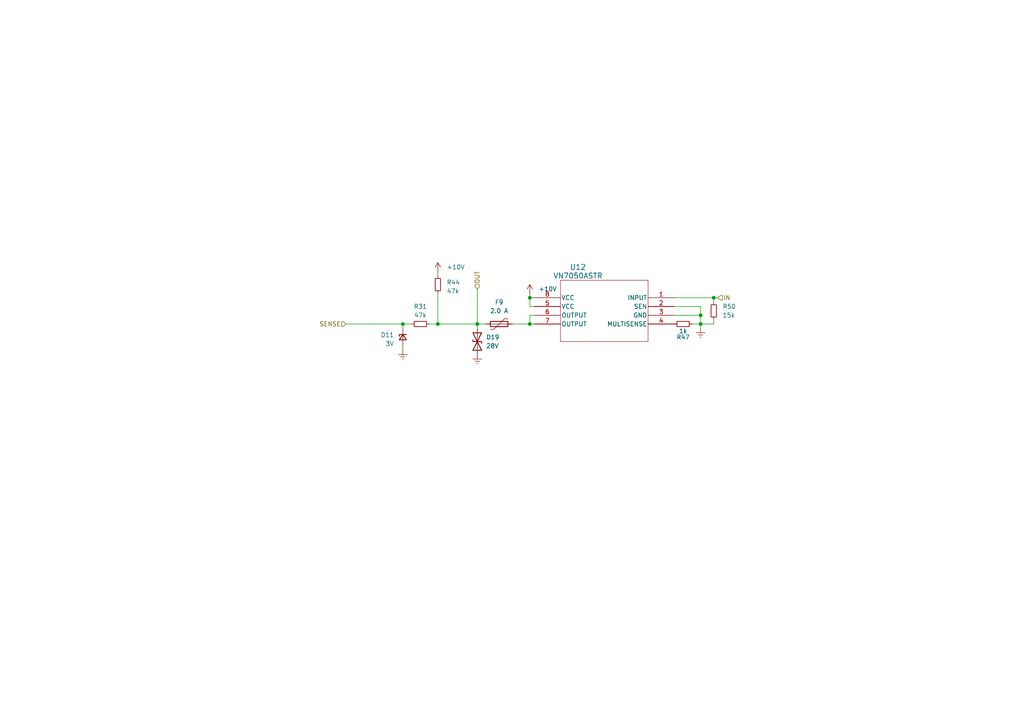
<source format=kicad_sch>
(kicad_sch (version 20250114) (generator "eeschema") (generator_version "9.0")
  (paper "A4")
  (lib_symbols
    (symbol "Device:D_TVS" (pin_numbers (hide yes)) (pin_names (offset 1.016) (hide yes))
      (property "Reference" "D" (at 0 2.54 0))
      (property "Value" "D_TVS" (at 0 -2.54 0))
      (symbol "D_TVS_0_1"
        (polyline (pts (xy -2.54 1.27) (xy -2.54 -1.27) (xy 2.54 1.27) (xy 2.54 -1.27) (xy -2.54 1.27)) (stroke (width 0.254)))
        (polyline (pts (xy 0.508 1.27) (xy 0 1.27) (xy 0 -1.27) (xy -0.508 -1.27)) (stroke (width 0.254)))
        (polyline (pts (xy 1.27 0) (xy -1.27 0)))
      )
      (symbol "D_TVS_1_1"
        (pin passive line (at -3.81 0 0) (length 2.54) (name "A1") (number "1"))
        (pin passive line (at 3.81 0 180) (length 2.54) (name "A2") (number "2"))
      )
    )
    (symbol "Device:D_Zener_Small" (pin_numbers (hide yes)) (pin_names (offset 0.254) (hide yes))
      (property "Reference" "D" (at 0 2.286 0))
      (property "Value" "D_Zener_Small" (at 0 -2.286 0))
      (symbol "D_Zener_Small_0_1"
        (polyline (pts (xy -0.254 1.016) (xy -0.762 1.016) (xy -0.762 -1.016)) (stroke (width 0.254)))
        (polyline (pts (xy 0.762 1.016) (xy -0.762 0) (xy 0.762 -1.016) (xy 0.762 1.016)) (stroke (width 0.254)))
        (polyline (pts (xy 0.762 0) (xy -0.762 0)))
      )
      (symbol "D_Zener_Small_1_1"
        (pin passive line (at -2.54 0 0) (length 1.778) (name "K") (number "1"))
        (pin passive line (at 2.54 0 180) (length 1.778) (name "A") (number "2"))
      )
    )
    (symbol "Device:Polyfuse" (pin_numbers (hide yes)) (pin_names (offset 0))
      (property "Reference" "F" (at -2.54 0 90))
      (property "Value" "Polyfuse" (at 2.54 0 90))
      (symbol "Polyfuse_0_1"
        (polyline (pts (xy -1.524 2.54) (xy -1.524 1.524) (xy 1.524 -1.524) (xy 1.524 -2.54)))
        (rectangle (start -0.762 2.54) (end 0.762 -2.54) (stroke (width 0.254)))
        (polyline (pts (xy 0 2.54) (xy 0 -2.54)))
      )
      (symbol "Polyfuse_1_1"
        (pin passive line (at 0 3.81 270) (length 1.27) (name "~") (number "1"))
        (pin passive line (at 0 -3.81 90) (length 1.27) (name "~") (number "2"))
      )
    )
    (symbol "Device:R_Small" (pin_numbers (hide yes)) (pin_names (offset 0.254) (hide yes))
      (property "Reference" "R" (at 0.762 0.508 0))
      (property "Value" "R_Small" (at 0.762 -1.016 0))
      (symbol "R_Small_0_1"
        (rectangle (start -0.762 1.778) (end 0.762 -1.778) (stroke (width 0.2032)))
      )
      (symbol "R_Small_1_1"
        (pin passive line (at 0 2.54 270) (length 0.762) (name "~") (number "1"))
        (pin passive line (at 0 -2.54 90) (length 0.762) (name "~") (number "2"))
      )
    )
    (symbol "Earth_12" (power) (pin_names (offset 0))
      (symbol "Earth_12_0_1"
        (polyline (pts (xy -0.635 -1.905) (xy 0.635 -1.905)))
        (polyline (pts (xy -0.127 -2.54) (xy 0.127 -2.54)))
        (polyline (pts (xy 0 -1.27) (xy 0 0)))
        (polyline (pts (xy 1.27 -1.27) (xy -1.27 -1.27)))
      )
      (symbol "Earth_12_1_1"
        (pin power_in line (at 0 0 270) (length 0) (hide yes) (name "Earth") (number "1"))
      )
    )
    (symbol "VN7050AS:VN7050ASTR" (pin_names (offset 0.254))
      (property "Reference" "U" (at 20.32 10.16 0))
      (property "Value" "VN7050ASTR" (at 20.32 7.62 0))
      (symbol "VN7050ASTR_0_1"
        (polyline (pts (xy 7.62 5.08) (xy 7.62 -12.7)) (stroke (width 0.127)))
        (polyline (pts (xy 7.62 -12.7) (xy 33.02 -12.7)) (stroke (width 0.127)))
        (polyline (pts (xy 33.02 5.08) (xy 7.62 5.08)) (stroke (width 0.127)))
        (polyline (pts (xy 33.02 -12.7) (xy 33.02 5.08)) (stroke (width 0.127)))
        (pin input line (at 0 0 0) (length 7.62) (name "INPUT") (number "1"))
        (pin unspecified line (at 0 -2.54 0) (length 7.62) (name "SEN") (number "2"))
        (pin power_out line (at 0 -5.08 0) (length 7.62) (name "GND") (number "3"))
        (pin unspecified line (at 0 -7.62 0) (length 7.62) (name "MULTISENSE") (number "4"))
        (pin power_in line (at 40.64 0 180) (length 7.62) (name "VCC") (number "8"))
        (pin power_in line (at 40.64 -2.54 180) (length 7.62) (name "VCC") (number "5"))
        (pin output line (at 40.64 -5.08 180) (length 7.62) (name "OUTPUT") (number "6"))
        (pin output line (at 40.64 -7.62 180) (length 7.62) (name "OUTPUT") (number "7"))
      )
    )
    (symbol "power:Earth" (power) (pin_names (offset 0))
      (symbol "Earth_0_1"
        (polyline (pts (xy -0.635 -1.905) (xy 0.635 -1.905)))
        (polyline (pts (xy -0.127 -2.54) (xy 0.127 -2.54)))
        (polyline (pts (xy 0 -1.27) (xy 0 0)))
        (polyline (pts (xy 1.27 -1.27) (xy -1.27 -1.27)))
      )
      (symbol "Earth_1_1"
        (pin power_in line (at 0 0 270) (length 0) (hide yes) (name "Earth") (number "1"))
      )
    )
    (symbol "power:VCC" (power) (pin_names (offset 0))
      (property "Value" "VCC" (at 0 3.81 0))
      (symbol "VCC_0_1"
        (polyline (pts (xy -0.762 1.27) (xy 0 2.54)))
        (polyline (pts (xy 0 2.54) (xy 0.762 1.27)))
        (polyline (pts (xy 0 0) (xy 0 2.54)))
      )
      (symbol "VCC_1_1"
        (pin power_in line (at 0 0 90) (length 0) (hide yes) (name "VCC") (number "1"))
      )
    )
  )
  (junction (at 138.43 93.98))
  (junction (at 127 93.98))
  (junction (at 203.2 93.98))
  (junction (at 153.67 86.36))
  (junction (at 207.01 86.36))
  (junction (at 203.2 91.44))
  (junction (at 153.67 93.98))
  (junction (at 116.84 93.98))
  (wire (pts (xy 127 93.98) (xy 138.43 93.98)))
  (wire (pts (xy 153.67 91.44) (xy 153.67 93.98)))
  (wire (pts (xy 195.58 88.9) (xy 203.2 88.9)))
  (wire (pts (xy 153.67 85.09) (xy 153.67 86.36)))
  (wire (pts (xy 203.2 88.9) (xy 203.2 91.44)))
  (wire (pts (xy 138.43 83.82) (xy 138.43 93.98)))
  (wire (pts (xy 154.94 91.44) (xy 153.67 91.44)))
  (wire (pts (xy 100.33 93.98) (xy 116.84 93.98)))
  (wire (pts (xy 195.58 91.44) (xy 203.2 91.44)))
  (wire (pts (xy 138.43 93.98) (xy 138.43 95.25)))
  (wire (pts (xy 127 78.74) (xy 127 80.01)))
  (wire (pts (xy 124.46 93.98) (xy 127 93.98)))
  (wire (pts (xy 153.67 86.36) (xy 154.94 86.36)))
  (wire (pts (xy 116.84 95.25) (xy 116.84 93.98)))
  (wire (pts (xy 203.2 91.44) (xy 203.2 93.98)))
  (wire (pts (xy 116.84 93.98) (xy 119.38 93.98)))
  (wire (pts (xy 154.94 88.9) (xy 153.67 88.9)))
  (wire (pts (xy 203.2 93.98) (xy 203.2 95.25)))
  (wire (pts (xy 127 85.09) (xy 127 93.98)))
  (wire (pts (xy 207.01 86.36) (xy 208.28 86.36)))
  (wire (pts (xy 195.58 86.36) (xy 207.01 86.36)))
  (wire (pts (xy 148.59 93.98) (xy 153.67 93.98)))
  (wire (pts (xy 207.01 86.36) (xy 207.01 87.63)))
  (wire (pts (xy 207.01 93.98) (xy 203.2 93.98)))
  (wire (pts (xy 207.01 92.71) (xy 207.01 93.98)))
  (wire (pts (xy 153.67 88.9) (xy 153.67 86.36)))
  (wire (pts (xy 153.67 93.98) (xy 154.94 93.98)))
  (wire (pts (xy 116.84 100.33) (xy 116.84 101.6)))
  (wire (pts (xy 138.43 93.98) (xy 140.97 93.98)))
  (wire (pts (xy 200.66 93.98) (xy 203.2 93.98)))
  (hierarchical_label "OUT" (shape input) (at 138.43 83.82 90))
  (hierarchical_label "IN" (shape input) (at 208.28 86.36 0))
  (hierarchical_label "SENSE" (shape input) (at 100.33 93.98 180))
  (symbol (lib_id "power:Earth") (at 203.2 95.25 0) (unit 1)
    (property "Reference" "#PWR092" (effects (hide yes)))
    (property "Value" "Earth" (effects (hide yes)))
    (instances (project "SIGURD" (path "" (reference "#PWR093") (unit 1)) (path "" (reference "#PWR098") (unit 1)) (path "" (reference "#PWR092") (unit 1)) (path "" (reference "#PWR091") (unit 1)) (path "" (reference "#PWR0103") (unit 1))))
  )
  (symbol (lib_name "Earth_12") (lib_id "power:Earth") (at 116.84 101.6 0) (unit 1)
    (property "Reference" "#PWR080" (effects (hide yes)))
    (property "Value" "Earth" (effects (hide yes)))
    (instances (project "SIGURD" (path "" (reference "#PWR081") (unit 1)) (path "" (reference "#PWR094") (unit 1)) (path "" (reference "#PWR080") (unit 1)) (path "" (reference "#PWR079") (unit 1)) (path "" (reference "#PWR099") (unit 1))))
  )
  (symbol (lib_id "power:VCC") (at 153.67 85.09 0) (unit 1)
    (property "Reference" "#PWR089" (effects (hide yes)))
    (property "Value" "+10V" (at 156.21 83.8199 0) (effects (justify left)))
    (instances (project "SIGURD" (path "" (reference "#PWR090") (unit 1)) (path "" (reference "#PWR097") (unit 1)) (path "" (reference "#PWR089") (unit 1)) (path "" (reference "#PWR088") (unit 1)) (path "" (reference "#PWR0102") (unit 1))))
  )
  (symbol (lib_id "power:VCC") (at 127 78.74 0) (unit 1)
    (property "Reference" "#PWR083" (effects (hide yes)))
    (property "Value" "+10V" (at 129.54 77.4699 0) (effects (justify left)))
    (instances (project "SIGURD" (path "" (reference "#PWR084") (unit 1)) (path "" (reference "#PWR095") (unit 1)) (path "" (reference "#PWR083") (unit 1)) (path "" (reference "#PWR082") (unit 1)) (path "" (reference "#PWR0100") (unit 1))))
  )
  (symbol (lib_id "Device:Polyfuse") (at 144.78 93.98 90) (unit 1)
    (property "Reference" "F8" (at 144.78 87.63 90))
    (property "Value" "2.0 A" (at 144.78 90.17 90))
    (property "Footprint" "Fuse:Fuse_1812_4532Metric" (effects (hide yes)))
    (property "mfn" " 1210L150/16WR " (effects (hide yes)))
    (instances (project "SIGURD" (path "" (reference "F9") (unit 1)) (path "" (reference "F10") (unit 1)) (path "" (reference "F8") (unit 1)) (path "" (reference "F7") (unit 1)) (path "" (reference "F11") (unit 1))))
  )
  (symbol (lib_id "Device:D_TVS") (at 138.43 99.06 90) (unit 1)
    (property "Reference" "D18" (at 140.97 97.7899 90) (effects (justify right)))
    (property "Value" "28V" (at 140.97 100.3299 90) (effects (justify right)))
    (property "Footprint" "Diode_SMD:D_0603_1608Metric_Pad1.05x0.95mm_HandSolder" (effects (hide yes)))
    (property "mfn" " CG0603MLC-24LEA" (effects (hide yes)))
    (instances (project "SIGURD" (path "" (reference "D19") (unit 1)) (path "" (reference "D20") (unit 1)) (path "" (reference "D18") (unit 1)) (path "" (reference "D17") (unit 1)) (path "" (reference "D21") (unit 1))))
  )
  (symbol (lib_id "Device:R_Small") (at 121.92 93.98 270) (unit 1)
    (property "Reference" "R30" (at 121.92 88.9 90))
    (property "Value" "47k" (at 121.92 91.44 90))
    (property "Footprint" "Resistor_SMD:R_0603_1608Metric_Pad0.98x0.95mm_HandSolder" (effects (hide yes)))
    (instances (project "SIGURD" (path "" (reference "R31") (unit 1)) (path "" (reference "R32") (unit 1)) (path "" (reference "R30") (unit 1)) (path "" (reference "R29") (unit 1)) (path "" (reference "R33") (unit 1))))
  )
  (symbol (lib_id "Device:R_Small") (at 127 82.55 0) (unit 1)
    (property "Reference" "R43" (at 129.54 81.915 0) (effects (justify left)))
    (property "Value" "47k" (at 129.54 84.455 0) (effects (justify left)))
    (property "Footprint" "Resistor_SMD:R_0603_1608Metric_Pad0.98x0.95mm_HandSolder" (effects (hide yes)))
    (instances (project "SIGURD" (path "" (reference "R44") (unit 1)) (path "" (reference "R51") (unit 1)) (path "" (reference "R43") (unit 1)) (path "" (reference "R42") (unit 1)) (path "" (reference "R54") (unit 1))))
  )
  (symbol (lib_id "Device:R_Small") (at 207.01 90.17 0) (unit 1)
    (property "Reference" "R49" (at 209.55 88.8999 0) (effects (justify left)))
    (property "Value" "15k" (at 209.55 91.4399 0) (effects (justify left)))
    (property "Footprint" "Resistor_SMD:R_0603_1608Metric_Pad0.98x0.95mm_HandSolder" (effects (hide yes)))
    (instances (project "SIGURD" (path "" (reference "R50") (unit 1)) (path "" (reference "R53") (unit 1)) (path "" (reference "R49") (unit 1)) (path "" (reference "R48") (unit 1)) (path "" (reference "R56") (unit 1))))
  )
  (symbol (lib_id "VN7050AS:VN7050ASTR") (at 195.58 86.36 0) (mirror y) (unit 1)
    (property "Reference" "U11" (at 167.64 77.47 0) (effects (font (size 1.524 1.524))))
    (property "Value" "VN7050ASTR" (at 167.64 80.01 0) (effects (font (size 1.524 1.524))))
    (property "Footprint" "VN7050ASTR:SOIC_050ASTR_STM" (effects (hide yes)))
    (property "Datasheet" "https://www.st.com/content/ccc/resource/technical/document/datasheet/50/3c/4d/5f/7a/6f/41/0c/DM00157092.pdf/files/DM00157092.pdf/jcr:content/translations/en.DM00157092.pdf" (effects (hide yes)))
    (instances (project "SIGURD" (path "" (reference "U12") (unit 1)) (path "" (reference "U13") (unit 1)) (path "" (reference "U11") (unit 1)) (path "" (reference "U10") (unit 1)) (path "" (reference "U14") (unit 1))))
  )
  (symbol (lib_id "power:Earth") (at 138.43 102.87 0) (unit 1)
    (property "Reference" "#PWR086" (effects (hide yes)))
    (property "Value" "Earth" (effects (hide yes)))
    (instances (project "SIGURD" (path "" (reference "#PWR087") (unit 1)) (path "" (reference "#PWR096") (unit 1)) (path "" (reference "#PWR086") (unit 1)) (path "" (reference "#PWR085") (unit 1)) (path "" (reference "#PWR0101") (unit 1))))
  )
  (symbol (lib_id "Device:D_Zener_Small") (at 116.84 97.79 90) (mirror x) (unit 1)
    (property "Reference" "D10" (at 114.3 97.155 90) (effects (justify left)))
    (property "Value" "3V" (at 114.3 99.695 90) (effects (justify left)))
    (property "Footprint" "Diode_SMD:D_SOD-323_HandSoldering" (effects (hide yes)))
    (property "mfn" " PZU3.0B2,115 " (effects (hide yes)))
    (instances (project "SIGURD" (path "" (reference "D11") (unit 1)) (path "" (reference "D12") (unit 1)) (path "" (reference "D10") (unit 1)) (path "" (reference "D9") (unit 1)) (path "" (reference "D13") (unit 1))))
  )
  (symbol (lib_id "Device:R_Small") (at 198.12 93.98 90) (unit 1)
    (property "Reference" "R46" (at 198.12 97.79 90))
    (property "Value" "1k" (at 198.12 96.012 90))
    (property "Footprint" "Resistor_SMD:R_0603_1608Metric_Pad0.98x0.95mm_HandSolder" (effects (hide yes)))
    (instances (project "SIGURD" (path "" (reference "R47") (unit 1)) (path "" (reference "R52") (unit 1)) (path "" (reference "R46") (unit 1)) (path "" (reference "R45") (unit 1)) (path "" (reference "R55") (unit 1))))
  )
)
</source>
